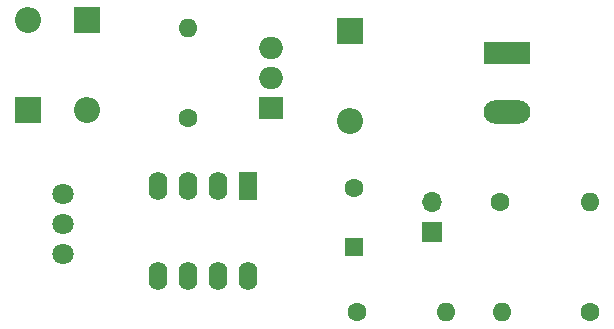
<source format=gbr>
%TF.GenerationSoftware,KiCad,Pcbnew,7.0.8-1.fc38*%
%TF.CreationDate,2023-12-28T13:03:44+02:00*%
%TF.ProjectId,MotorSpeedControl,4d6f746f-7253-4706-9565-64436f6e7472,rev?*%
%TF.SameCoordinates,Original*%
%TF.FileFunction,Soldermask,Bot*%
%TF.FilePolarity,Negative*%
%FSLAX46Y46*%
G04 Gerber Fmt 4.6, Leading zero omitted, Abs format (unit mm)*
G04 Created by KiCad (PCBNEW 7.0.8-1.fc38) date 2023-12-28 13:03:44*
%MOMM*%
%LPD*%
G01*
G04 APERTURE LIST*
%ADD10O,2.000000X1.905000*%
%ADD11R,2.000000X1.905000*%
%ADD12R,1.700000X1.700000*%
%ADD13O,1.700000X1.700000*%
%ADD14C,1.600000*%
%ADD15O,1.600000X1.600000*%
%ADD16O,2.200000X2.200000*%
%ADD17R,2.200000X2.200000*%
%ADD18R,1.600000X1.600000*%
%ADD19C,1.800000*%
%ADD20R,1.600000X2.400000*%
%ADD21O,1.600000X2.400000*%
%ADD22R,3.960000X1.980000*%
%ADD23O,3.960000X1.980000*%
G04 APERTURE END LIST*
D10*
%TO.C,Q1*%
X171000000Y-89460000D03*
D11*
X171000000Y-92000000D03*
D10*
X171000000Y-86920000D03*
%TD*%
D12*
%TO.C,J2*%
X184650000Y-102540000D03*
D13*
X184650000Y-100000000D03*
%TD*%
D14*
%TO.C,R2*%
X164000000Y-92810000D03*
D15*
X164000000Y-85190000D03*
%TD*%
D16*
%TO.C,D3*%
X177700000Y-93110000D03*
D17*
X177700000Y-85490000D03*
%TD*%
D16*
%TO.C,D1*%
X155400000Y-92210000D03*
D17*
X155400000Y-84590000D03*
%TD*%
D14*
%TO.C,C2*%
X178300000Y-109250000D03*
D15*
X185800000Y-109250000D03*
%TD*%
D18*
%TO.C,C3*%
X178000000Y-103800000D03*
D14*
X178000000Y-98800000D03*
%TD*%
D16*
%TO.C,D2*%
X150400000Y-84590000D03*
D17*
X150400000Y-92210000D03*
%TD*%
D14*
%TO.C,R1*%
X190390000Y-100000000D03*
D15*
X198010000Y-100000000D03*
%TD*%
D19*
%TO.C,RV1*%
X153400000Y-99320000D03*
X153400000Y-101860000D03*
X153400000Y-104400000D03*
%TD*%
D14*
%TO.C,C1*%
X198030000Y-109250000D03*
D15*
X190530000Y-109250000D03*
%TD*%
D20*
%TO.C,U1*%
X169100000Y-98575000D03*
D21*
X166560000Y-98575000D03*
X164020000Y-98575000D03*
X161480000Y-98575000D03*
X161480000Y-106195000D03*
X164020000Y-106195000D03*
X166560000Y-106195000D03*
X169100000Y-106195000D03*
%TD*%
D22*
%TO.C,J1*%
X191000000Y-87335000D03*
D23*
X191000000Y-92335000D03*
%TD*%
M02*

</source>
